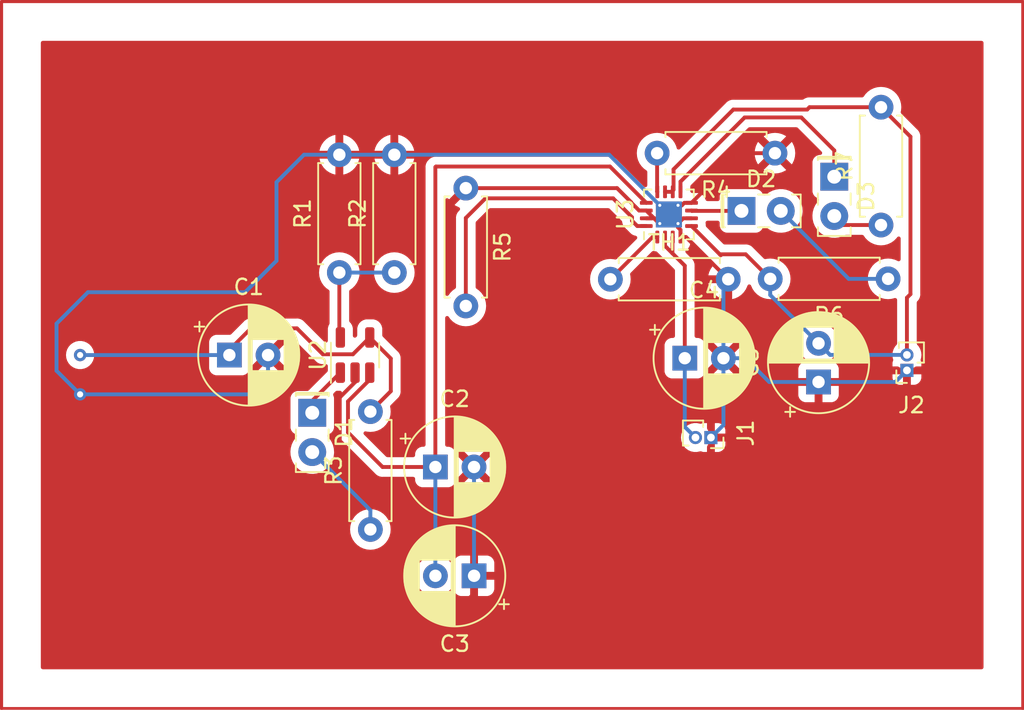
<source format=kicad_pcb>
(kicad_pcb (version 20211014) (generator pcbnew)

  (general
    (thickness 1.6)
  )

  (paper "A4")
  (layers
    (0 "F.Cu" signal)
    (31 "B.Cu" signal)
    (32 "B.Adhes" user "B.Adhesive")
    (33 "F.Adhes" user "F.Adhesive")
    (34 "B.Paste" user)
    (35 "F.Paste" user)
    (36 "B.SilkS" user "B.Silkscreen")
    (37 "F.SilkS" user "F.Silkscreen")
    (38 "B.Mask" user)
    (39 "F.Mask" user)
    (40 "Dwgs.User" user "User.Drawings")
    (41 "Cmts.User" user "User.Comments")
    (42 "Eco1.User" user "User.Eco1")
    (43 "Eco2.User" user "User.Eco2")
    (44 "Edge.Cuts" user)
    (45 "Margin" user)
    (46 "B.CrtYd" user "B.Courtyard")
    (47 "F.CrtYd" user "F.Courtyard")
    (48 "B.Fab" user)
    (49 "F.Fab" user)
    (50 "User.1" user)
    (51 "User.2" user)
    (52 "User.3" user)
    (53 "User.4" user)
    (54 "User.5" user)
    (55 "User.6" user)
    (56 "User.7" user)
    (57 "User.8" user)
    (58 "User.9" user)
  )

  (setup
    (pad_to_mask_clearance 0)
    (pcbplotparams
      (layerselection 0x00010fc_ffffffff)
      (disableapertmacros false)
      (usegerberextensions false)
      (usegerberattributes true)
      (usegerberadvancedattributes true)
      (creategerberjobfile true)
      (svguseinch false)
      (svgprecision 6)
      (excludeedgelayer true)
      (plotframeref false)
      (viasonmask false)
      (mode 1)
      (useauxorigin false)
      (hpglpennumber 1)
      (hpglpenspeed 20)
      (hpglpendiameter 15.000000)
      (dxfpolygonmode true)
      (dxfimperialunits true)
      (dxfusepcbnewfont true)
      (psnegative false)
      (psa4output false)
      (plotreference true)
      (plotvalue true)
      (plotinvisibletext false)
      (sketchpadsonfab false)
      (subtractmaskfromsilk false)
      (outputformat 1)
      (mirror false)
      (drillshape 1)
      (scaleselection 1)
      (outputdirectory "")
    )
  )

  (net 0 "")
  (net 1 "Net-(C1-Pad1)")
  (net 2 "GND")
  (net 3 "Net-(C2-Pad1)")
  (net 4 "Net-(U3-Pad2)")
  (net 5 "Net-(U3-Pad5)")
  (net 6 "Net-(U2-Pad1)")
  (net 7 "Net-(R3-Pad1)")
  (net 8 "Net-(U3-Pad7)")
  (net 9 "Net-(D2-Pad2)")
  (net 10 "Net-(U3-Pad9)")
  (net 11 "Net-(D3-Pad2)")
  (net 12 "Net-(R1-Pad1)")
  (net 13 "Net-(R4-Pad2)")
  (net 14 "Net-(R5-Pad2)")
  (net 15 "Net-(U3-Pad1)")

  (footprint "Resistor_THT:R_Axial_DIN0207_L6.3mm_D2.5mm_P7.62mm_Horizontal" (layer "F.Cu") (at 60.5028 75.565 -90))

  (footprint "Resistor_THT:R_Axial_DIN0207_L6.3mm_D2.5mm_P7.62mm_Horizontal" (layer "F.Cu") (at 55.88 81.026 90))

  (footprint "Connector_PinSocket_1.00mm:PinSocket_1x02_P1.00mm_Vertical" (layer "F.Cu") (at 89.027 87.3506 180))

  (footprint "Package_TO_SOT_SMD:SOT-23-5" (layer "F.Cu") (at 53.34 86.36 90))

  (footprint "LED_THT:LED_Rectangular_W5.0mm_H2.0mm" (layer "F.Cu") (at 84.328 74.8284 -90))

  (footprint "Resistor_THT:R_Axial_DIN0207_L6.3mm_D2.5mm_P7.62mm_Horizontal" (layer "F.Cu") (at 87.8078 81.4324 180))

  (footprint "Resistor_THT:R_Axial_DIN0207_L6.3mm_D2.5mm_P7.62mm_Horizontal" (layer "F.Cu") (at 52.324 81.026 90))

  (footprint "Capacitor_THT:CP_Radial_D6.3mm_P2.50mm" (layer "F.Cu") (at 83.312 88.101179 90))

  (footprint "LED_THT:LED_Rectangular_W5.0mm_H2.0mm" (layer "F.Cu") (at 78.3286 77.0382))

  (footprint "Connector_PinSocket_1.00mm:PinSocket_1x02_P1.00mm_Vertical" (layer "F.Cu") (at 76.3524 91.694 -90))

  (footprint "LED_THT:LED_Rectangular_W5.0mm_H2.0mm" (layer "F.Cu") (at 50.5714 90.0938 -90))

  (footprint "Capacitor_THT:CP_Radial_D6.3mm_P2.50mm" (layer "F.Cu") (at 61.0362 100.6348 180))

  (footprint "Resistor_THT:R_Axial_DIN0207_L6.3mm_D2.5mm_P7.62mm_Horizontal" (layer "F.Cu") (at 54.3306 97.6376 90))

  (footprint "Capacitor_THT:CP_Radial_D6.3mm_P2.50mm" (layer "F.Cu") (at 58.533021 93.599))

  (footprint "Resistor_THT:R_Axial_DIN0207_L6.3mm_D2.5mm_P7.62mm_Horizontal" (layer "F.Cu") (at 69.85 81.4578))

  (footprint "Resistor_THT:R_Axial_DIN0207_L6.3mm_D2.5mm_P7.62mm_Horizontal" (layer "F.Cu") (at 87.3506 77.9526 90))

  (footprint "Capacitor_THT:CP_Radial_D6.3mm_P2.50mm" (layer "F.Cu") (at 74.662021 86.5632))

  (footprint "Capacitor_THT:CP_Radial_D6.3mm_P2.50mm" (layer "F.Cu") (at 45.212 86.36))

  (footprint "Package_DFN_QFN:VQFN-16-1EP_3x3mm_P0.5mm_EP1.68x1.68mm_ThermalVias" (layer "F.Cu") (at 73.6346 77.2668 90))

  (footprint "Resistor_THT:R_Axial_DIN0207_L6.3mm_D2.5mm_P7.62mm_Horizontal" (layer "F.Cu") (at 80.4926 73.3044 180))

  (gr_line (start 30.48 109.22) (end 30.48 63.5) (layer "F.Cu") (width 0.2) (tstamp 36828280-df3b-4cb6-bf7a-8dbcc89fe04a))
  (gr_line (start 96.52 63.5) (end 96.52 109.22) (layer "F.Cu") (width 0.2) (tstamp cdc2ae88-3f04-45a8-8dab-e9c33ec8139f))
  (gr_line (start 30.48 63.5) (end 96.52 63.5) (layer "F.Cu") (width 0.2) (tstamp d6e6490a-3319-43bc-a508-14f125dcb947))
  (gr_line (start 96.52 109.22) (end 30.48 109.22) (layer "F.Cu") (width 0.2) (tstamp ecff009e-fc1e-42f7-a48b-078a8bfb8cd0))

  (segment (start 55.6514 88.6968) (end 55.6514 86.5839) (width 0.25) (layer "F.Cu") (net 1) (tstamp 366a509a-8dc1-4a1a-bad0-b7d258666c40))
  (segment (start 45.212 86.0298) (end 45.212 86.36) (width 0.25) (layer "F.Cu") (net 1) (tstamp 46b97fa0-e65d-4a75-8ed0-aaa4f575b386))
  (segment (start 49.5808 84.6328) (end 46.609 84.6328) (width 0.25) (layer "F.Cu") (net 1) (tstamp 6b45570f-4ab0-4aec-a972-5e69d449af71))
  (segment (start 55.6514 86.5839) (end 54.29 85.2225) (width 0.25) (layer "F.Cu") (net 1) (tstamp 790c0de1-3bd7-4631-b75f-03fc868c9f0d))
  (segment (start 53.2033 86.3092) (end 51.2572 86.3092) (width 0.25) (layer "F.Cu") (net 1) (tstamp 7a7b24bf-f2fa-43fb-b9d6-927a7a1e5fd4))
  (segment (start 51.2572 86.3092) (end 49.5808 84.6328) (width 0.25) (layer "F.Cu") (net 1) (tstamp 8016bda9-db11-4c76-bd8c-a1ac025617d9))
  (segment (start 54.3306 90.0176) (end 55.6514 88.6968) (width 0.25) (layer "F.Cu") (net 1) (tstamp c2df898a-a8b7-412e-b199-2fd13ab6c8b2))
  (segment (start 54.29 85.2225) (end 53.2033 86.3092) (width 0.25) (layer "F.Cu") (net 1) (tstamp d01abbee-7a0e-4e5c-b216-e74fbd323ba1))
  (segment (start 46.609 84.6328) (end 45.212 86.0298) (width 0.25) (layer "F.Cu") (net 1) (tstamp f7e3d4e9-903a-4555-bb38-c79180426f53))
  (via (at 35.56 86.36) (size 0.8) (drill 0.4) (layers "F.Cu" "B.Cu") (free) (net 1) (tstamp 8f9d19d0-80d3-43f1-b550-8023e692d698))
  (segment (start 35.56 86.36) (end 45.212 86.36) (width 0.25) (layer "B.Cu") (net 1) (tstamp 791e8a0e-946b-4a61-b8a2-2a3fa684a16e))
  (segment (start 74.2246 78.104128) (end 74.3846 78.264128) (width 0.25) (layer "F.Cu") (net 2) (tstamp 02dcb8e3-f451-4f24-a3f3-f266079c76ab))
  (segment (start 71.712272 77.0168) (end 72.1721 77.0168) (width 0.25) (layer "F.Cu") (net 2) (tstamp 07ab4a54-e921-4c21-91b4-f513e0601dbd))
  (segment (start 51.0794 94.7166) (end 51.0794 97.5614) (width 0.25) (layer "F.Cu") (net 2) (tstamp 1414062b-86c0-4d1c-95bb-fb1fe712d4d9))
  (segment (start 73.0446 77.8568) (end 72.7046 77.5168) (width 0.25) (layer "F.Cu") (net 2) (tstamp 152409ff-2a1a-46ad-a0bb-ac5556389eff))
  (segment (start 52.3494 94.4118) (end 52.3494 89.1032) (width 0.25) (layer "F.Cu") (net 2) (tstamp 189c406d-99c0-445b-9121-083715c6985e))
  (segment (start 73.0121 77.8568) (end 72.1721 77.0168) (width 0.25) (layer "F.Cu") (net 2) (tstamp 1ac283cf-404a-4698-8eaa-4b8c75cbb7f5))
  (segment (start 74.2246 76.6768) (end 74.471928 76.6768) (width 0.25) (layer "F.Cu") (net 2) (tstamp 1b163329-4533-4da6-985e-eeaeeb7d0bf5))
  (segment (start 52.3494 89.1032) (end 53.34 88.1126) (width 0.25) (layer "F.Cu") (net 2) (tstamp 2255a2af-a3b8-4e66-884c-30cc5c1ed7b3))
  (segment (start 60.452 102.362) (end 61.0362 101.7778) (width 0.25) (layer "F.Cu") (net 2) (tstamp 29b6617c-c8d8-4452-9454-0ec378660b9c))
  (segment (start 61.0362 101.7778) (end 61.0362 100.6348) (width 0.25) (layer "F.Cu") (net 2) (tstamp 2bf3afce-f550-40b2-8a31-ee9bae8b4bcb))
  (segment (start 48.768 94.3356) (end 49.149 94.7166) (width 0.25) (layer "F.Cu") (net 2) (tstamp 36ae8b5e-208f-4981-b689-8bbeeb1e7a61))
  (segment (start 74.631928 76.5168) (end 75.0971 76.5168) (width 0.25) (layer "F.Cu") (net 2) (tstamp 37b4d830-b78a-4a40-8180-9be0e72f18fc))
  (segment (start 74.2246 77.8568) (end 74.2246 78.104128) (width 0.25) (layer "F.Cu") (net 2) (tstamp 3ad910d9-e991-42f6-a40d-ba55015c61db))
  (segment (start 78.3095 73.3044) (end 80.4926 73.3044) (width 0.25) (layer "F.Cu") (net 2) (tstamp 3b753a1e-3b14-4673-837e-f2c8d82b20d1))
  (segment (start 49.149 94.7166) (end 51.0794 94.7166) (width 0.25) (layer "F.Cu") (net 2) (tstamp 562edaa3-1f45-422e-aff0-54062673c13e))
  (segment (start 47.712 86.36) (end 48.768 87.416) (width 0.25) (layer "F.Cu") (net 2) (tstamp 5a9d60f1-8eb2-49ef-9487-c1b847be82be))
  (segment (start 52.0446 94.7166) (end 52.3494 94.4118) (width 0.25) (layer "F.Cu") (net 2) (tstamp 654dc86c-9952-4a77-b686-5b66c251db79))
  (segment (start 48.768 87.416) (end 48.768 94.3356) (width 0.25) (layer "F.Cu") (net 2) (tstamp 76fec988-3ea5-4c85-8d8b-c165f1e04c82))
  (segment (start 72.7046 77.5168) (end 72.1721 77.5168) (width 0.25) (layer "F.Cu") (net 2) (tstamp 83065dbe-a96a-4032-bbbc-4a5ac292d5d8))
  (segment (start 75.0971 76.5168) (end 78.3095 73.3044) (width 0.25) (layer "F.Cu") (net 2) (tstamp 869feaf4-aa3f-492a-a978-6d4f9b1ba222))
  (segment (start 60.5028 75.565) (end 70.2818 75.565) (width 0.25) (layer "F.Cu") (net 2) (tstamp 8f5de037-3649-491e-a26f-8c5b3404ce1c))
  (segment (start 51.0794 97.5614) (end 55.88 102.362) (width 0.25) (layer "F.Cu") (net 2) (tstamp 93fe0bce-9ac9-4f7a-883f-e2b352e5c92c))
  (segment (start 77.47 81.4578) (end 74.7415 78.7293) (width 0.25) (layer "F.Cu") (net 2) (tstamp 9571c797-23ff-4ac2-9a39-e67b3762180f))
  (segment (start 74.471928 76.6768) (end 74.631928 76.5168) (width 0.25) (layer "F.Cu") (net 2) (tstamp 9c29d378-6031-46e0-8a89-45a6875c5285))
  (segment (start 73.0446 77.8568) (end 73.0121 77.8568) (width 0.25) (layer "F.Cu") (net 2) (tstamp a0640665-d573-48ff-bf9d-58cc754285c0))
  (segment (start 71.1962 76.4794) (end 71.1962 76.500728) (width 0.25) (layer "F.Cu") (net 2) (tstamp a2954cfb-cb2d-4d62-b239-4aa450571dc7))
  (segment (start 71.1962 76.500728) (end 71.712272 77.0168) (width 0.25) (layer "F.Cu") (net 2) (tstamp aa900dd7-1af7-4023-9cda-bf3bea420002))
  (segment (start 51.0794 94.7166) (end 52.0446 94.7166) (width 0.25) (layer "F.Cu") (net 2) (tstamp aadfddd0-766d-44c2-b9c7-7b313b2d2eec))
  (segment (start 70.2818 75.565) (end 71.1962 76.4794) (width 0.25) (layer "F.Cu") (net 2) (tstamp adcc486e-0973-49f5-8151-7cf8c368a698))
  (segment (start 74.2246 77.8568) (end 74.5646 77.5168) (width 0.25) (layer "F.Cu") (net 2) (tstamp b5e1497d-327e-496c-bbca-242cfea20f43))
  (segment (start 74.3846 78.264128) (end 74.3846 78.7293) (width 0.25) (layer "F.Cu") (net 2) (tstamp debab658-2a37-4a70-ac55-c704f10a0ef4))
  (segment (start 53.34 88.1126) (end 53.34 87.4975) (width 0.25) (layer "F.Cu") (net 2) (tstamp e6fd80b0-5efd-4549-ab5d-27e87441e2cb))
  (segment (start 74.7415 78.7293) (end 74.3846 78.7293) (width 0.25) (layer "F.Cu") (net 2) (tstamp e9ec9d02-ad08-4a4a-b934-41d71b56c7c7))
  (segment (start 55.88 102.362) (end 60.452 102.362) (width 0.25) (layer "F.Cu") (net 2) (tstamp fbb6aeaa-b48f-45e2-b9a8-d026bf4b04fe))
  (segment (start 74.5646 77.5168) (end 75.0971 77.5168) (width 0.25) (layer "F.Cu") (net 2) (tstamp fc137f8c-695a-4bd1-808c-3a215d01c93e))
  (via (at 35.56 88.9) (size 0.8) (drill 0.4) (layers "F.Cu" "B.Cu") (free) (net 2) (tstamp 6004af21-6e36-4229-bb4e-dd156975bb0a))
  (segment (start 77.162021 86.5632) (end 77.162021 90.884379) (width 0.25) (layer "B.Cu") (net 2) (tstamp 01c0db33-40ef-4a08-8c92-9a7472d3dbcf))
  (segment (start 77.162021 86.5632) (end 78.585042 86.5632) (width 0.25) (layer "B.Cu") (net 2) (tstamp 0a22b9c0-19dc-4c90-8880-563b65d4e661))
  (segment (start 36.068 82.296) (end 34.036 84.328) (width 0.25) (layer "B.Cu") (net 2) (tstamp 128b1f59-3ca9-48de-9ebe-e0d6cac37925))
  (segment (start 74.2246 76.6768) (end 74.2246 77.8568) (width 0.25) (layer "B.Cu") (net 2) (tstamp 19184566-7929-4586-8204-97ade21502f3))
  (segment (start 46.736 88.9) (end 35.56 88.9) (width 0.25) (layer "B.Cu") (net 2) (tstamp 1a03ff10-d55b-469e-86f5-89fa86664995))
  (segment (start 83.312 88.101179) (end 88.276421 88.101179) (width 0.25) (layer "B.Cu") (net 2) (tstamp 23b6e804-6e72-442c-b721-52ea04474dcc))
  (segment (start 34.036 87.376) (end 35.56 88.9) (width 0.25) (layer "B.Cu") (net 2) (tstamp 33983b99-fdb2-43e1-9482-750a4ac7958f))
  (segment (start 52.324 73.406) (end 50.038 73.406) (width 0.25) (layer "B.Cu") (net 2) (tstamp 33b63d30-b515-4fd9-b058-0b78c871af0b))
  (segment (start 69.7738 73.406) (end 73.0446 76.6768) (width 0.25) (layer "B.Cu") (net 2) (tstamp 38dc9787-3773-4a65-9eac-77f34d6df8dc))
  (segment (start 47.712 86.36) (end 47.712 87.924) (width 0.25) (layer "B.Cu") (net 2) (tstamp 473935ce-32f4-4b34-b315-6d773b0ebea7))
  (segment (start 73.0446 77.8568) (end 73.0446 76.6768) (width 0.25) (layer "B.Cu") (net 2) (tstamp 50f2fc64-4cef-44a7-afe5-ebca7610fcb6))
  (segment (start 34.036 84.328) (end 34.036 87.376) (width 0.25) (layer "B.Cu") (net 2) (tstamp 552f0d86-f141-4526-b1a4-19aed71a0d94))
  (segment (start 61.033021 100.631621) (end 61.0362 100.6348) (width 0.25) (layer "B.Cu") (net 2) (tstamp 577657da-1434-4462-98ae-b9cdffb86be1))
  (segment (start 61.033021 93.599) (end 61.033021 100.631621) (width 0.25) (layer "B.Cu") (net 2) (tstamp 5cd66c28-1bec-42a9-a08d-5c3ea4abece4))
  (segment (start 55.88 73.406) (end 69.7738 73.406) (width 0.25) (layer "B.Cu") (net 2) (tstamp 6090a5dc-a133-43f4-bd70-751396f48e1d))
  (segment (start 80.123021 88.101179) (end 83.312 88.101179) (width 0.25) (layer "B.Cu") (net 2) (tstamp 6152ee20-a2cd-4221-a017-18b7c4e3517d))
  (segment (start 50.038 73.406) (end 48.26 75.184) (width 0.25) (layer "B.Cu") (net 2) (tstamp 673da293-e6e5-42b8-bee9-65dee7a77341))
  (segment (start 74.2246 77.8568) (end 73.0446 77.8568) (width 0.25) (layer "B.Cu") (net 2) (tstamp 732f9003-cf4a-467b-a489-b2d9a6decd00))
  (segment (start 73.0446 76.6768) (end 74.2246 76.6768) (width 0.25) (layer "B.Cu") (net 2) (tstamp 7dd44cbf-2f1b-4552-8ad1-c8c74a37a4ee))
  (segment (start 77.162021 90.884379) (end 76.3524 91.694) (width 0.25) (layer "B.Cu") (net 2) (tstamp 900a5d03-ddb5-4fdb-9336-a757bc9b949c))
  (segment (start 77.162021 86.5632) (end 77.162021 81.765779) (width 0.25) (layer "B.Cu") (net 2) (tstamp 9a9e5392-0b84-454a-a2e0-233037a51286))
  (segment (start 48.26 80.264) (end 46.228 82.296) (width 0.25) (layer "B.Cu") (net 2) (tstamp aa95dd74-02ce-439f-bf0a-51d8bda8a2e2))
  (segment (start 52.324 73.406) (end 55.88 73.406) (width 0.25) (layer "B.Cu") (net 2) (tstamp c47a9fdb-22dc-429c-9643-96847b4d0fdd))
  (segment (start 88.276421 88.101179) (end 89.027 87.3506) (width 0.25) (layer "B.Cu") (net 2) (tstamp ce407722-3e7e-4b15-9302-b6f6e505f5ad))
  (segment (start 77.162021 81.765779) (end 77.47 81.4578) (width 0.25) (layer "B.Cu") (net 2) (tstamp d27b455f-39c0-4090-9e42-9eec7bbdd716))
  (segment (start 46.228 82.296) (end 36.068 82.296) (width 0.25) (layer "B.Cu") (net 2) (tstamp e32653c3-0d84-4e65-84db-89b6d1896ae5))
  (segment (start 47.712 87.924) (end 46.736 88.9) (width 0.25) (layer "B.Cu") (net 2) (tstamp ee6e0edc-a680-4d67-8c71-86dafd59eaa5))
  (segment (start 48.26 75.184) (end 48.26 80.264) (width 0.25) (layer "B.Cu") (net 2) (tstamp f5f7bedf-ebcd-4716-963c-b16f793a7cb3))
  (segment (start 78.585042 86.5632) (end 80.123021 88.101179) (width 0.25) (layer "B.Cu") (net 2) (tstamp fb2ab036-622d-43de-be3e-97f5d6e1fd1f))
  (segment (start 54.29 87.4975) (end 54.29 87.95) (width 0.25) (layer "F.Cu") (net 3) (tstamp 27063a1d-18ef-433d-b27e-628de5acea4e))
  (segment (start 52.8828 91.3638) (end 55.118 93.599) (width 0.25) (layer "F.Cu") (net 3) (tstamp 2c6ebfef-ec4f-4bce-9d24-541a922c9adf))
  (segment (start 58.533021 74.207379) (end 58.5724 74.168) (width 0.25) (layer "F.Cu") (net 3) (tstamp 4555d8c7-915c-4ccc-8518-b4b5c0697152))
  (segment (start 55.118 93.599) (end 58.533021 93.599) (width 0.25) (layer "F.Cu") (net 3) (tstamp 5c825377-bd8e-43e4-b509-00f6b856ddb4))
  (segment (start 58.533021 93.599) (end 58.533021 74.207379) (width 0.25) (layer "F.Cu") (net 3) (tstamp 633b70fb-9d2c-4329-85c2-ac83aa8cf4f4))
  (segment (start 54.29 87.95) (end 52.8828 89.3572) (width 0.25) (layer "F.Cu") (net 3) (tstamp 66688207-03e2-4a1f-8506-66e5dd158546))
  (segment (start 69.8233 74.168) (end 72.1721 76.5168) (width 0.25) (layer "F.Cu") (net 3) (tstamp 799d84ad-47cc-4fc4-a17e-39c202c5be61))
  (segment (start 52.8828 89.3572) (end 52.8828 91.3638) (width 0.25) (layer "F.Cu") (net 3) (tstamp 93588189-e432-475c-bd5e-4b8673136f07))
  (segment (start 58.5724 74.168) (end 69.8233 74.168) (width 0.25) (layer "F.Cu") (net 3) (tstamp e520608d-a546-4283-b687-87bd9e6071b9))
  (segment (start 58.533021 93.599) (end 58.533021 100.631621) (width 0.25) (layer "B.Cu") (net 3) (tstamp 675ef05a-df6d-4dc1-9f5d-ce2d9c710f5b))
  (segment (start 58.533021 100.631621) (end 58.5362 100.6348) (width 0.25) (layer "B.Cu") (net 3) (tstamp c70403b2-4b4e-4e77-a480-59d692d83b7b))
  (segment (start 74.662021 86.5632) (end 74.662021 80.580221) (width 0.25) (layer "F.Cu") (net 4) (tstamp 14ce4e71-8cb1-4334-9819-4502635bbb1f))
  (segment (start 74.662021 80.580221) (end 73.8632 79.7814) (width 0.25) (layer "F.Cu") (net 4) (tstamp 20c0f55c-49b5-4958-b9ba-eb7a762f4e02))
  (segment (start 73.8632 79.7814) (end 73.3846 79.3028) (width 0.25) (layer "F.Cu") (net 4) (tstamp 25edc4cb-28b1-45bb-9c73-b111f005bcaf))
  (segment (start 73.3846 79.3028) (end 73.3846 78.7293) (width 0.25) (layer "F.Cu") (net 4) (tstamp 360e08d9-a9f5-4477-bddf-1e8d74a375d8))
  (segment (start 73.8632 78.7507) (end 73.8846 78.7293) (width 0.25) (layer "F.Cu") (net 4) (tstamp 7d8ad188-aab7-4f32-b72e-0fe00ea80fbc))
  (segment (start 73.8632 79.7814) (end 73.8632 78.7507) (width 0.25) (layer "F.Cu") (net 4) (tstamp b382d090-25bf-4b7d-b612-6d484a8a9768))
  (segment (start 74.662021 91.003621) (end 75.3524 91.694) (width 0.25) (layer "B.Cu") (net 4) (tstamp b591a178-4a62-4386-9950-91100215a6c1))
  (segment (start 74.662021 86.5632) (end 74.662021 91.003621) (width 0.25) (layer "B.Cu") (net 4) (tstamp eb8ddb29-1126-41e7-804c-925b126f620a))
  (segment (start 89.027 82.6516) (end 89.027 86.3506) (width 0.25) (layer "F.Cu") (net 5) (tstamp 031334bd-8329-4fdb-8a47-f09b9daaddf6))
  (segment (start 89.2556 82.423) (end 89.027 82.6516) (width 0.25) (layer "F.Cu") (net 5) (tstamp 0648298b-f197-4d80-a74b-e0603b073fad))
  (segment (start 82.5754 70.485) (end 77.8002 70.485) (width 0.25) (layer "F.Cu") (net 5) (tstamp 1443333b-f519-427e-a3e9-4ef46e4edde7))
  (segment (start 75.0971 78.0168) (end 76.92455 79.84425) (width 0.25) (layer "F.Cu") (net 5) (tstamp 3684aa74-a655-4a24-8f6e-5a7eb37d0b96))
  (segment (start 82.5754 70.485) (end 82.7278 70.3326) (width 0.25) (layer "F.Cu") (net 5) (tstamp 3b1d390b-39ef-43e9-9e7c-66581bef3902))
  (segment (start 73.79738 75.8043) (end 73.3846 75.8043) (width 0.25) (layer "F.Cu") (net 5) (tstamp 40927d49-f965-4dde-9918-f15e185ba317))
  (segment (start 76.92455 79.84425) (end 76.9887 79.9084) (width 0.25) (layer "F.Cu") (net 5) (tstamp 52bb7329-31e9-4d66-bfeb-b6a3140cb164))
  (segment (start 76.92455 79.84425) (end 78.59965 79.84425) (width 0.25) (layer "F.Cu") (net 5) (tstamp 5db51ac3-385e-4dbc-8b3c-98afff37fa5b))
  (segment (start 78.59965 79.84425) (end 80.1878 81.4324) (width 0.25) (layer "F.Cu") (net 5) (tstamp 9094cf18-e474-4db7-a01a-a43b4c1c2bcf))
  (segment (start 87.3506 70.3326) (end 89.2556 72.2376) (width 0.25) (layer "F.Cu") (net 5) (tstamp 9390484e-3f3c-43e5-96a5-ef2dadc7e6d0))
  (segment (start 73.93508 75.6666) (end 73.79738 75.8043) (width 0.25) (layer "F.Cu") (net 5) (tstamp a3ba17ff-7f4e-4eb9-96bb-b4fa74db731f))
  (segment (start 77.8002 70.485) (end 73.93508 74.35012) (width 0.25) (layer "F.Cu") (net 5) (tstamp d1782aa8-d4c2-4129-a500-e045e9b23ed4))
  (segment (start 82.7278 70.3326) (end 87.3506 70.3326) (width 0.25) (layer "F.Cu") (net 5) (tstamp d3729b86-a825-4b08-9d00-105a6db624b2))
  (segment (start 89.2556 72.2376) (end 89.2556 82.423) (width 0.25) (layer "F.Cu") (net 5) (tstamp e2e661a5-953a-4fa7-be6e-d6bb9ef13e52))
  (segment (start 73.93508 74.35012) (end 73.93508 75.6666) (width 0.25) (layer "F.Cu") (net 5) (tstamp ecd4762b-b099-47b8-8db9-332b93538490))
  (segment (start 80.1878 82.476979) (end 80.1878 81.4324) (width 0.25) (layer "B.Cu") (net 5) (tstamp 2a0c7f1b-2bf8-43ff-a1e7-18a0bd6b7ea5))
  (segment (start 83.312 85.601179) (end 80.1878 82.476979) (width 0.25) (layer "B.Cu") (net 5) (tstamp 6aa020ef-898b-4d32-8621-e2cf7db172ca))
  (segment (start 84.061421 86.3506) (end 83.312 85.601179) (width 0.25) (layer "B.Cu") (net 5) (tstamp b2c96dc4-a77f-4f9a-923f-f41fa7925d87))
  (segment (start 89.027 86.3506) (end 84.061421 86.3506) (width 0.25) (layer "B.Cu") (net 5) (tstamp cacd5a48-2939-4c2f-95f7-4b75852b6638))
  (segment (start 52.39 87.4975) (end 50.5714 89.3161) (width 0.25) (layer "F.Cu") (net 6) (tstamp 125b46bb-0731-43da-abda-a961ff2bc517))
  (segment (start 50.5714 89.3161) (end 50.5714 90.0938) (width 0.25) (layer "F.Cu") (net 6) (tstamp 9bcb9114-15aa-40ff-9706-b8631657e183))
  (segment (start 50.5714 92.6338) (end 54.3306 96.393) (width 0.25) (layer "B.Cu") (net 7) (tstamp dd7e227d-53e3-4a19-89c8-39492bfc4d83))
  (segment (start 54.3306 96.393) (end 54.3306 97.6376) (width 0.25) (layer "B.Cu") (net 7) (tstamp f1a04ff8-2f1c-4424-aacd-1aa08645b1cc))
  (segment (start 75.0971 77.0168) (end 75.1185 77.0382) (width 0.25) (layer "F.Cu") (net 8) (tstamp 26a5646c-12c0-4856-9d69-46789a6bc0b7))
  (segment (start 75.1185 77.0382) (end 78.3286 77.0382) (width 0.25) (layer "F.Cu") (net 8) (tstamp 9e50be26-7c9a-4ee9-b61b-8d5104165e57))
  (segment (start 87.8078 81.4324) (end 85.2628 81.4324) (width 0.25) (layer "B.Cu") (net 9) (tstamp 09499c11-440b-4cf0-a451-1f0b8be4448c))
  (segment (start 85.2628 81.4324) (end 80.8686 77.0382) (width 0.25) (layer "B.Cu") (net 9) (tstamp c371989a-5b96-4b53-98d0-05c9554288a4))
  (segment (start 78.5368 70.993) (end 82.1944 70.993) (width 0.25) (layer "F.Cu") (net 10) (tstamp 36468e8d-6c01-4d4c-be13-165395187c9a))
  (segment (start 74.3846 75.1452) (end 78.5368 70.993) (width 0.25) (layer "F.Cu") (net 10) (tstamp 53955c40-aef7-4d6d-bef0-75e71f600ea1))
  (segment (start 84.328 73.1266) (end 84.328 74.8284) (width 0.25) (layer "F.Cu") (net 10) (tstamp 5bb025f4-e7a8-429e-bdf4-c0da95b148c4))
  (segment (start 74.3846 75.8043) (end 74.3846 75.1452) (width 0.25) (layer "F.Cu") (net 10) (tstamp c3b5c909-8c44-4d7f-aa14-47bc03f62e03))
  (segment (start 82.1944 70.993) (end 84.328 73.1266) (width 0.25) (layer "F.Cu") (net 10) (tstamp e60cd63d-208a-461f-9d34-bf7916644df9))
  (segment (start 84.9122 77.9526) (end 84.328 77.3684) (width 0.25) (layer "F.Cu") (net 11) (tstamp 50001267-94d1-45b9-8ef1-9aecd86af09a))
  (segment (start 87.3506 77.9526) (end 84.9122 77.9526) (width 0.25) (layer "F.Cu") (net 11) (tstamp bc65600b-4027-45d7-84ec-c5e39a892056))
  (segment (start 52.324 85.1565) (end 52.324 81.026) (width 0.25) (layer "F.Cu") (net 12) (tstamp 21fd1945-2bdb-4d04-b6d7-8e803ad48b8b))
  (segment (start 52.39 85.2225) (end 52.324 85.1565) (width 0.25) (layer "F.Cu") (net 12) (tstamp 9f03bc57-d0dd-499f-999a-00db56b55a65))
  (segment (start 52.324 81.026) (end 55.88 81.026) (width 0.25) (layer "B.Cu") (net 12) (tstamp 5079bec5-7960-47f5-bb2a-838d62f09a10))
  (segment (start 72.8726 75.7923) (end 72.8726 73.3044) (width 0.25) (layer "F.Cu") (net 13) (tstamp 233af12c-4753-4bab-a393-cd7ea99e7faf))
  (segment (start 72.8846 75.8043) (end 72.8726 75.7923) (width 0.25) (layer "F.Cu") (net 13) (tstamp ed05b508-f355-49b5-8ad0-14c963b5f781))
  (segment (start 70.0278 76.2254) (end 71.247 77.4446) (width 0.25) (layer "F.Cu") (net 14) (tstamp 5c9a36be-659b-4b21-b618-c28a340f02ad))
  (segment (start 60.5028 83.185) (end 60.5028 77.4954) (width 0.25) (layer "F.Cu") (net 14) (tstamp 5d0dfc3c-a25d-4655-a548-2fbab0047436))
  (segment (start 60.5028 77.4954) (end 61.7728 76.2254) (width 0.25) (layer "F.Cu") (net 14) (tstamp 60492691-9154-4c66-a738-ba5e365de80d))
  (segment (start 71.247 77.4446) (end 71.247 77.6732) (width 0.25) (layer "F.Cu") (net 14) (tstamp 9b146de8-d285-46c9-8dc5-1822e503b50b))
  (segment (start 61.7728 76.2254) (end 70.0278 76.2254) (width 0.25) (layer "F.Cu") (net 14) (tstamp abd1015a-4499-49ab-bfb1-fd80bd91ba6b))
  (segment (start 60.5282 83.1596) (end 60.5282 83.1342) (width 0.25) (layer "F.Cu") (net 14) (tstamp bea52f62-d531-4c39-9d6e-8f89f7482a66))
  (segment (start 71.247 77.6732) (end 71.5906 78.0168) (width 0.25) (layer "F.Cu") (net 14) (tstamp c2b71c68-9c6c-45c2-9781-d7a16a68ff86))
  (segment (start 60.5028 83.185) (end 60.5282 83.1596) (width 0.25) (layer "F.Cu") (net 14) (tstamp c5d0c12b-aa1a-4ff5-bf3e-a1a7ab110d3c))
  (segment (start 71.5906 78.0168) (end 72.1721 78.0168) (width 0.25) (layer "F.Cu") (net 14) (tstamp d02eb8db-013b-41bf-8c37-c759603e557b))
  (segment (start 72.5785 78.7293) (end 72.8846 78.7293) (width 0.25) (layer "F.Cu") (net 15) (tstamp 2988bd44-eea3-441c-97dc-d86bbf52ae50))
  (segment (start 69.85 81.4578) (end 72.5785 78.7293) (width 0.25) (layer "F.Cu") (net 15) (tstamp a460b251-54ab-473b-932f-8c3aa3c4a8f4))

  (zone (net 2) (net_name "GND") (layer "F.Cu") (tstamp 295315ff-e2d9-47b5-b548-73b1204238e9) (hatch edge 0.508)
    (connect_pads (clearance 0.508))
    (min_thickness 0.254) (filled_areas_thickness no)
    (fill yes (thermal_gap 0.508) (thermal_bridge_width 0.508))
    (polygon
      (pts
        (xy 93.98 106.68)
        (xy 33.02 106.68)
        (xy 33.02 66.04)
        (xy 93.98 66.04)
      )
    )
    (filled_polygon
      (layer "F.Cu")
      (pts
        (xy 93.922121 66.060002)
        (xy 93.968614 66.113658)
        (xy 93.98 66.166)
        (xy 93.98 106.554)
        (xy 93.959998 106.622121)
        (xy 93.906342 106.668614)
        (xy 93.854 106.68)
        (xy 33.146 106.68)
        (xy 33.077879 106.659998)
        (xy 33.031386 106.606342)
        (xy 33.02 106.554)
        (xy 33.02 100.6348)
        (xy 57.222702 100.6348)
        (xy 57.242657 100.862887)
        (xy 57.244081 100.8682)
        (xy 57.244081 100.868202)
        (xy 57.253231 100.902348)
        (xy 57.301916 101.084043)
        (xy 57.304239 101.089024)
        (xy 57.304239 101.089025)
        (xy 57.396351 101.286562)
        (xy 57.396354 101.286567)
        (xy 57.398677 101.291549)
        (xy 57.401834 101.296057)
        (xy 57.517225 101.460852)
        (xy 57.530002 101.4791)
        (xy 57.6919 101.640998)
        (xy 57.696408 101.644155)
        (xy 57.696411 101.644157)
        (xy 57.737395 101.672854)
        (xy 57.879451 101.772323)
        (xy 57.884433 101.774646)
        (xy 57.884438 101.774649)
        (xy 58.081975 101.866761)
        (xy 58.086957 101.869084)
        (xy 58.092265 101.870506)
        (xy 58.092267 101.870507)
        (xy 58.302798 101.926919)
        (xy 58.3028 101.926919)
        (xy 58.308113 101.928343)
        (xy 58.5362 101.948298)
        (xy 58.764287 101.928343)
        (xy 58.7696 101.926919)
        (xy 58.769602 101.926919)
        (xy 58.980133 101.870507)
        (xy 58.980135 101.870506)
        (xy 58.985443 101.869084)
        (xy 58.990425 101.866761)
        (xy 59.187962 101.774649)
        (xy 59.187967 101.774646)
        (xy 59.192949 101.772323)
        (xy 59.335005 101.672854)
        (xy 59.375989 101.644157)
        (xy 59.375992 101.644155)
        (xy 59.3805 101.640998)
        (xy 59.52662 101.494878)
        (xy 59.588932 101.460852)
        (xy 59.659747 101.465917)
        (xy 59.716583 101.508464)
        (xy 59.733883 101.545406)
        (xy 59.734948 101.545007)
        (xy 59.782876 101.672854)
        (xy 59.791414 101.688449)
        (xy 59.867915 101.790524)
        (xy 59.880476 101.803085)
        (xy 59.982551 101.879586)
        (xy 59.998146 101.888124)
        (xy 60.118594 101.933278)
        (xy 60.133849 101.936905)
        (xy 60.184714 101.942431)
        (xy 60.191528 101.9428)
        (xy 60.764085 101.9428)
        (xy 60.779324 101.938325)
        (xy 60.780529 101.936935)
        (xy 60.7822 101.929252)
        (xy 60.7822 101.924684)
        (xy 61.2902 101.924684)
        (xy 61.294675 101.939923)
        (xy 61.296065 101.941128)
        (xy 61.303748 101.942799)
        (xy 61.880869 101.942799)
        (xy 61.88769 101.942429)
        (xy 61.938552 101.936905)
        (xy 61.953804 101.933279)
        (xy 62.074254 101.888124)
        (xy 62.089849 101.879586)
        (xy 62.191924 101.803085)
        (xy 62.204485 101.790524)
        (xy 62.280986 101.688449)
        (xy 62.289524 101.672854)
        (xy 62.334678 101.552406)
        (xy 62.338305 101.537151)
        (xy 62.343831 101.486286)
        (xy 62.3442 101.479472)
        (xy 62.3442 100.906915)
        (xy 62.339725 100.891676)
        (xy 62.338335 100.890471)
        (xy 62.330652 100.8888)
        (xy 61.308315 100.8888)
        (xy 61.293076 100.893275)
        (xy 61.291871 100.894665)
        (xy 61.2902 100.902348)
        (xy 61.2902 101.924684)
        (xy 60.7822 101.924684)
        (xy 60.7822 100.362685)
        (xy 61.2902 100.362685)
        (xy 61.294675 100.377924)
        (xy 61.296065 100.379129)
        (xy 61.303748 100.3808)
        (xy 62.326084 100.3808)
        (xy 62.341323 100.376325)
        (xy 62.342528 100.374935)
        (xy 62.344199 100.367252)
        (xy 62.344199 99.790131)
        (xy 62.343829 99.78331)
        (xy 62.338305 99.732448)
        (xy 62.334679 99.717196)
        (xy 62.289524 99.596746)
        (xy 62.280986 99.581151)
        (xy 62.204485 99.479076)
        (xy 62.191924 99.466515)
        (xy 62.089849 99.390014)
        (xy 62.074254 99.381476)
        (xy 61.953806 99.336322)
        (xy 61.938551 99.332695)
        (xy 61.887686 99.327169)
        (xy 61.880872 99.3268)
        (xy 61.308315 99.3268)
        (xy 61.293076 99.331275)
        (xy 61.291871 99.332665)
        (xy 61.2902 99.340348)
        (xy 61.2902 100.362685)
        (xy 60.7822 100.362685)
        (xy 60.7822 99.344916)
        (xy 60.777725 99.329677)
        (xy 60.776335 99.328472)
        (xy 60.768652 99.326801)
        (xy 60.191531 99.326801)
        (xy 60.18471 99.327171)
        (xy 60.133848 99.332695)
        (xy 60.118596 99.336321)
        (xy 59.998146 99.381476)
        (xy 59.982551 99.390014)
        (xy 59.880476 99.466515)
        (xy 59.867915 99.479076)
        (xy 59.791414 99.581151)
        (xy 59.782876 99.596746)
        (xy 59.734948 99.724593)
        (xy 59.733088 99.723896)
        (xy 59.703069 99.776428)
        (xy 59.64011 99.809242)
        (xy 59.569406 99.802808)
        (xy 59.526619 99.774721)
        (xy 59.3805 99.628602)
        (xy 59.375992 99.625445)
        (xy 59.375989 99.625443)
        (xy 59.297811 99.570702)
        (xy 59.192949 99.497277)
        (xy 59.187967 99.494954)
        (xy 59.187962 99.494951)
        (xy 58.990425 99.402839)
        (xy 58.990424 99.402839)
        (xy 58.985443 99.400516)
        (xy 58.980135 99.399094)
        (xy 58.980133 99.399093)
        (xy 58.769602 99.342681)
        (xy 58.7696 99.342681)
        (xy 58.764287 99.341257)
        (xy 58.5362 99.321302)
        (xy 58.308113 99.341257)
        (xy 58.3028 99.342681)
        (xy 58.302798 99.342681)
        (xy 58.092267 99.399093)
        (xy 58.092265 99.399094)
        (xy 58.086957 99.400516)
        (xy 58.081976 99.402839)
        (xy 58.081975 99.402839)
        (xy 57.884438 99.494951)
        (xy 57.884433 99.494954)
        (xy 57.879451 99.497277)
        (xy 57.774589 99.570702)
        (xy 57.696411 99.625443)
        (xy 57.696408 99.625445)
        (xy 57.6919 99.628602)
        (xy 57.530002 99.7905)
        (xy 57.526845 99.795008)
        (xy 57.526843 99.795011)
        (xy 57.472102 99.873189)
        (xy 57.398677 99.978051)
        (xy 57.396354 99.983033)
        (xy 57.396351 99.983038)
        (xy 57.304239 100.180575)
        (xy 57.301916 100.185557)
        (xy 57.300494 100.190865)
        (xy 57.300493 100.190867)
        (xy 57.251172 100.374935)
        (xy 57.242657 100.406713)
        (xy 57.222702 100.6348)
        (xy 33.02 100.6348)
        (xy 33.02 97.6376)
        (xy 53.017102 97.6376)
        (xy 53.037057 97.865687)
        (xy 53.096316 98.086843)
        (xy 53.098639 98.091824)
        (xy 53.098639 98.091825)
        (xy 53.190751 98.289362)
        (xy 53.190754 98.289367)
        (xy 53.193077 98.294349)
        (xy 53.324402 98.4819)
        (xy 53.4863 98.643798)
        (xy 53.490808 98.646955)
        (xy 53.490811 98.646957)
        (xy 53.568989 98.701698)
        (xy 53.673851 98.775123)
        (xy 53.678833 98.777446)
        (xy 53.678838 98.777449)
        (xy 53.876375 98.869561)
        (xy 53.881357 98.871884)
        (xy 53.886665 98.873306)
        (xy 53.886667 98.873307)
        (xy 54.097198 98.929719)
        (xy 54.0972 98.929719)
        (xy 54.102513 98.931143)
        (xy 54.3306 98.951098)
        (xy 54.558687 98.931143)
        (xy 54.564 98.929719)
        (xy 54.564002 98.929719)
        (xy 54.774533 98.873307)
        (xy 54.774535 98.873306)
        (xy 54.779843 98.871884)
        (xy 54.784825 98.869561)
        (xy 54.982362 98.777449)
        (xy 54.982367 98.777446)
        (xy 54.987349 98.775123)
        (xy 55.092211 98.701698)
        (xy 55.170389 98.646957)
        (xy 55.170392 98.646955)
        (xy 55.1749 98.643798)
        (xy 55.336798 98.4819)
        (xy 55.468123 98.294349)
        (xy 55.470446 98.289367)
        (xy 55.470449 98.289362)
        (xy 55.562561 98.091825)
        (xy 55.562561 98.091824)
        (xy 55.564884 98.086843)
        (xy 55.624143 97.865687)
        (xy 55.644098 97.6376)
        (xy 55.624143 97.409513)
        (xy 55.564884 97.188357)
        (xy 55.562561 97.183375)
        (xy 55.470449 96.985838)
        (xy 55.470446 96.985833)
        (xy 55.468123 96.980851)
        (xy 55.336798 96.7933)
        (xy 55.1749 96.631402)
        (xy 55.170392 96.628245)
        (xy 55.170389 96.628243)
        (xy 55.092211 96.573502)
        (xy 54.987349 96.500077)
        (xy 54.982367 96.497754)
        (xy 54.982362 96.497751)
        (xy 54.784825 96.405639)
        (xy 54.784824 96.405639)
        (xy 54.779843 96.403316)
        (xy 54.774535 96.401894)
        (xy 54.774533 96.401893)
        (xy 54.564002 96.345481)
        (xy 54.564 96.345481)
        (xy 54.558687 96.344057)
        (xy 54.3306 96.324102)
        (xy 54.102513 96.344057)
        (xy 54.0972 96.345481)
        (xy 54.097198 96.345481)
        (xy 53.886667 96.401893)
        (xy 53.886665 96.401894)
        (xy 53.881357 96.403316)
        (xy 53.876376 96.405639)
        (xy 53.876375 96.405639)
        (xy 53.678838 96.497751)
        (xy 53.678833 96.497754)
        (xy 53.673851 96.500077)
        (xy 53.568989 96.573502)
        (xy 53.490811 96.628243)
        (xy 53.490808 96.628245)
        (xy 53.4863 96.631402)
        (xy 53.324402 96.7933)
        (xy 53.193077 96.980851)
        (xy 53.190754 96.985833)
        (xy 53.190751 96.985838)
        (xy 53.098639 97.183375)
        (xy 53.096316 97.188357)
        (xy 53.037057 97.409513)
        (xy 53.017102 97.6376)
        (xy 33.02 97.6376)
        (xy 33.02 86.36)
        (xy 34.646496 86.36)
        (xy 34.647186 86.366565)
        (xy 34.665428 86.540125)
        (xy 34.666458 86.549928)
        (xy 34.725473 86.731556)
        (xy 34.82096 86.896944)
        (xy 34.825378 86.901851)
        (xy 34.825379 86.901852)
        (xy 34.932666 87.021006)
        (xy 34.948747 87.038866)
        (xy 35.103248 87.151118)
        (xy 35.109276 87.153802)
        (xy 35.109278 87.153803)
        (xy 35.2389 87.211514)
        (xy 35.277712 87.228794)
        (xy 35.371113 87.248647)
        (xy 35.458056 87.267128)
        (xy 35.458061 87.267128)
        (xy 35.464513 87.2685)
        (xy 35.655487 87.2685)
        (xy 35.661939 87.267128)
        (xy 35.661944 87.267128)
        (xy 35.748887 87.248647)
        (xy 35.842288 87.228794)
        (xy 35.8811 87.211514)
        (xy 35.888692 87.208134)
        (xy 43.9035 87.208134)
        (xy 43.910255 87.270316)
        (xy 43.961385 87.406705)
        (xy 44.048739 87.523261)
        (xy 44.165295 87.610615)
        (xy 44.301684 87.661745)
        (xy 44.363866 87.6685)
        (xy 46.060134 87.6685)
        (xy 46.122316 87.661745)
        (xy 46.258705 87.610615)
        (xy 46.375261 87.523261)
        (xy 46.433119 87.446062)
        (xy 46.990493 87.446062)
        (xy 46.999789 87.458077)
        (xy 47.050994 87.493931)
        (xy 47.060489 87.499414)
        (xy 47.257947 87.59149)
        (xy 47.268239 87.595236)
        (xy 47.478688 87.651625)
        (xy 47.489481 87.653528)
        (xy 47.706525 87.672517)
        (xy 47.717475 87.672517)
        (xy 47.934519 87.653528)
        (xy 47.945312 87.651625)
        (xy 48.155761 87.595236)
        (xy 48.166053 87.59149)
        (xy 48.363511 87.499414)
        (xy 48.373006 87.493931)
        (xy 48.425048 87.457491)
        (xy 48.433424 87.447012)
        (xy 48.426356 87.433566)
        (xy 47.724812 86.732022)
        (xy 47.710868 86.724408)
        (xy 47.709035 86.724539)
        (xy 47.70242 86.72879)
        (xy 46.996923 87.434287)
        (xy 46.990493 87.446062)
        (xy 46.433119 87.446062)
        (xy 46.462615 87.406705)
        (xy 46.513745 87.270316)
        (xy 46.5205 87.208134)
        (xy 46.5205 87.204815)
        (xy 46.544153 87.13789)
        (xy 46.590156 87.102196)
        (xy 46.589141 87.100266)
        (xy 46.6 87.094558)
        (xy 46.600245 87.094368)
        (xy 46.600403 87.094347)
        (xy 46.638434 87.074356)
        (xy 47.351658 86.361132)
        (xy 48.076408 86.361132)
        (xy 48.076539 86.362965)
        (xy 48.08079 86.36958)
        (xy 48.786287 87.075077)
        (xy 48.798062 87.081507)
        (xy 48.810077 87.072211)
        (xy 48.845931 87.021006)
        (xy 48.851414 87.011511)
        (xy 48.94349 86.814053)
        (xy 48.947236 86.803761)
        (xy 49.003625 86.593312)
        (xy 49.005528 86.582519)
        (xy 49.024517 86.365475)
        (xy 49.024517 86.354525)
        (xy 49.005528 86.137481)
        (xy 49.003625 86.126688)
        (xy 48.947236 85.916239)
        (xy 48.94349 85.905947)
        (xy 48.851414 85.708489)
        (xy 48.845931 85.698994)
        (xy 48.809491 85.646952)
        (xy 48.799012 85.638576)
        (xy 48.785566 85.645644)
        (xy 48.084022 86.347188)
        (xy 48.076408 86.361132)
        (xy 47.351658 86.361132)
        (xy 48.409585 85.303205)
        (xy 48.471897 85.269179)
        (xy 48.49868 85.2663)
        (xy 49.266206 85.2663)
        (xy 49.334327 85.286302)
        (xy 49.355301 85.303205)
        (xy 50.753543 86.701447)
        (xy 50.761087 86.709737)
        (xy 50.7652 86.716218)
        (xy 50.770977 86.721643)
        (xy 50.814867 86.762858)
        (xy 50.817709 86.765613)
        (xy 50.837431 86.785335)
        (xy 50.840555 86.787758)
        (xy 50.840559 86.787762)
        (xy 50.840624 86.787812)
        (xy 50.849645 86.795517)
        (xy 50.881879 86.825786)
        (xy 50.888827 86.829605)
        (xy 50.888829 86.829607)
        (xy 50.899632 86.835546)
        (xy 50.916159 86.846402)
        (xy 50.925898 86.853957)
        (xy 50.9259 86.853958)
        (xy 50.93216 86.858814)
        (xy 50.97274 86.876374)
        (xy 50.983388 86.881591)
        (xy 51.008176 86.895218)
        (xy 51.02214 86.902895)
        (xy 51.029816 86.904866)
        (xy 51.029819 86.904867)
        (xy 51.041762 86.907933)
        (xy 51.060467 86.914337)
        (xy 51.079055 86.922381)
        (xy 51.086878 86.92362)
        (xy 51.086888 86.923623)
        (xy 51.122724 86.929299)
        (xy 51.134344 86.931705)
        (xy 51.166159 86.939873)
        (xy 51.17717 86.9427)
        (xy 51.197424 86.9427)
        (xy 51.217134 86.944251)
        (xy 51.237143 86.94742)
        (xy 51.245035 86.946674)
        (xy 51.281161 86.943259)
        (xy 51.293019 86.9427)
        (xy 51.4555 86.9427)
        (xy 51.523621 86.962702)
        (xy 51.570114 87.016358)
        (xy 51.5815 87.0687)
        (xy 51.5815 87.357906)
        (xy 51.561498 87.426027)
        (xy 51.544595 87.447001)
        (xy 50.3432 88.648395)
        (xy 50.280888 88.682421)
        (xy 50.254105 88.6853)
        (xy 49.623266 88.6853)
        (xy 49.561084 88.692055)
        (xy 49.424695 88.743185)
        (xy 49.308139 88.830539)
        (xy 49.220785 88.947095)
        (xy 49.169655 89.083484)
        (xy 49.1629 89.145666)
        (xy 49.1629 91.041934)
        (xy 49.169655 91.104116)
        (xy 49.220785 91.240505)
        (xy 49.308139 91.357061)
        (xy 49.424695 91.444415)
        (xy 49.433104 91.447567)
        (xy 49.433105 91.447568)
        (xy 49.492564 91.469858)
        (xy 49.549329 91.512499)
        (xy 49.574029 91.579061)
        (xy 49.558822 91.648409)
        (xy 49.539429 91.674891)
        (xy 49.473039 91.744364)
        (xy 49.470125 91.748636)
        (xy 49.470124 91.748637)
        (xy 49.455904 91.769483)
        (xy 49.342519 91.935699)
        (xy 49.245002 92.145781)
        (xy 49.183107 92.368969)
        (xy 49.158495 92.599269)
        (xy 49.158792 92.604422)
        (xy 49.158792 92.604425)
        (xy 49.164467 92.702841)
        (xy 49.171827 92.830497)
        (xy 49.172964 92.835543)
        (xy 49.172965 92.835549)
        (xy 49.197744 92.945498)
        (xy 49.222746 93.056442)
        (xy 49.224688 93.061224)
        (xy 49.224689 93.061228)
        (xy 49.291993 93.226978)
        (xy 49.309884 93.271037)
        (xy 49.430901 93.468519)
        (xy 49.582547 93.643584)
        (xy 49.760749 93.79153)
        (xy 49.960722 93.908384)
        (xy 50.177094 93.991009)
        (xy 50.18216 93.99204)
        (xy 50.182161 93.99204)
        (xy 50.221414 94.000026)
        (xy 50.404056 94.037185)
        (xy 50.534724 94.041976)
        (xy 50.630349 94.045483)
        (xy 50.630353 94.045483)
        (xy 50.635513 94.045672)
        (xy 50.640633 94.045016)
        (xy 50.640635 94.045016)
        (xy 50.71367 94.03566)
        (xy 50.865247 94.016242)
        (xy 50.870195 94.014757)
        (xy 50.870202 94.014756)
        (xy 51.082147 93.951169)
        (xy 51.08709 93.949686)
        (xy 51.167636 93.910227)
  
... [104994 chars truncated]
</source>
